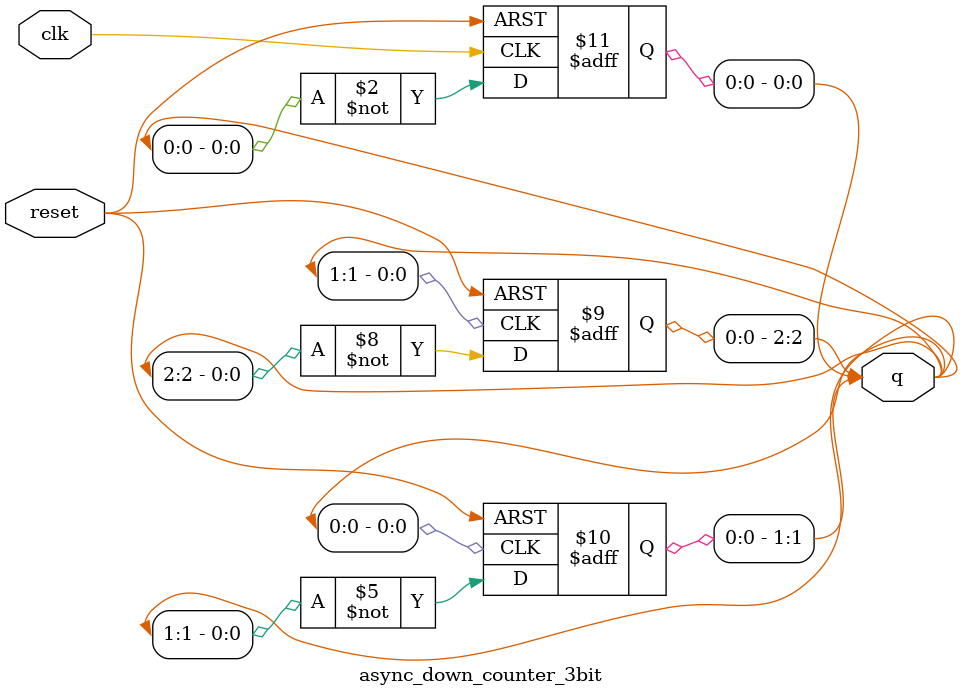
<source format=v>

module async_down_counter_3bit (
    input wire clk,   
    input wire reset,  
    output reg [2:0] q 
);

    
    always @(negedge clk or posedge reset) begin
        if (reset) 
            q[0] <= 1'b0; 
        else 
            q[0] <= ~q[0]; 
    end


  always @(negedge ~q[0] or posedge reset) begin
        if (reset)
            q[1] <= 1'b0;
        else
            q[1] <= ~q[1]; 
    end

  always @(negedge ~q[1] or posedge reset) begin
        if (reset)
            q[2] <= 1'b0; 
        else
            q[2] <= ~q[2]; 
    end
endmodule

</source>
